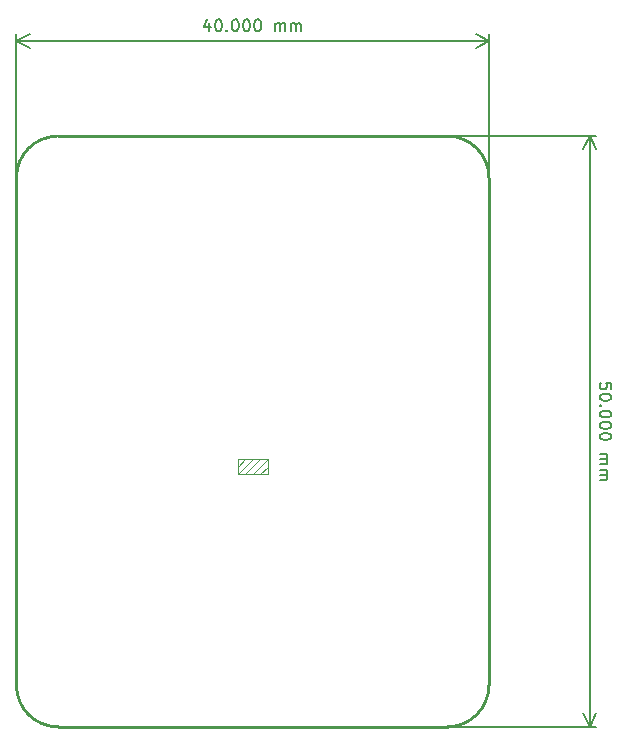
<source format=gbr>
G04 #@! TF.GenerationSoftware,KiCad,Pcbnew,(5.1.8)-1*
G04 #@! TF.CreationDate,2021-05-24T17:48:50-05:00*
G04 #@! TF.ProjectId,PIC16_Ring_of_Fire_Game,50494331-365f-4526-996e-675f6f665f46,1A*
G04 #@! TF.SameCoordinates,Original*
G04 #@! TF.FileFunction,OtherDrawing,Comment*
%FSLAX46Y46*%
G04 Gerber Fmt 4.6, Leading zero omitted, Abs format (unit mm)*
G04 Created by KiCad (PCBNEW (5.1.8)-1) date 2021-05-24 17:48:50*
%MOMM*%
%LPD*%
G01*
G04 APERTURE LIST*
%ADD10C,0.150000*%
G04 #@! TA.AperFunction,Profile*
%ADD11C,0.254000*%
G04 #@! TD*
%ADD12C,0.100000*%
G04 APERTURE END LIST*
D10*
X96333333Y-65440114D02*
X96333333Y-66106780D01*
X96095238Y-65059161D02*
X95857142Y-65773447D01*
X96476190Y-65773447D01*
X97047619Y-65106780D02*
X97142857Y-65106780D01*
X97238095Y-65154400D01*
X97285714Y-65202019D01*
X97333333Y-65297257D01*
X97380952Y-65487733D01*
X97380952Y-65725828D01*
X97333333Y-65916304D01*
X97285714Y-66011542D01*
X97238095Y-66059161D01*
X97142857Y-66106780D01*
X97047619Y-66106780D01*
X96952380Y-66059161D01*
X96904761Y-66011542D01*
X96857142Y-65916304D01*
X96809523Y-65725828D01*
X96809523Y-65487733D01*
X96857142Y-65297257D01*
X96904761Y-65202019D01*
X96952380Y-65154400D01*
X97047619Y-65106780D01*
X97809523Y-66011542D02*
X97857142Y-66059161D01*
X97809523Y-66106780D01*
X97761904Y-66059161D01*
X97809523Y-66011542D01*
X97809523Y-66106780D01*
X98476190Y-65106780D02*
X98571428Y-65106780D01*
X98666666Y-65154400D01*
X98714285Y-65202019D01*
X98761904Y-65297257D01*
X98809523Y-65487733D01*
X98809523Y-65725828D01*
X98761904Y-65916304D01*
X98714285Y-66011542D01*
X98666666Y-66059161D01*
X98571428Y-66106780D01*
X98476190Y-66106780D01*
X98380952Y-66059161D01*
X98333333Y-66011542D01*
X98285714Y-65916304D01*
X98238095Y-65725828D01*
X98238095Y-65487733D01*
X98285714Y-65297257D01*
X98333333Y-65202019D01*
X98380952Y-65154400D01*
X98476190Y-65106780D01*
X99428571Y-65106780D02*
X99523809Y-65106780D01*
X99619047Y-65154400D01*
X99666666Y-65202019D01*
X99714285Y-65297257D01*
X99761904Y-65487733D01*
X99761904Y-65725828D01*
X99714285Y-65916304D01*
X99666666Y-66011542D01*
X99619047Y-66059161D01*
X99523809Y-66106780D01*
X99428571Y-66106780D01*
X99333333Y-66059161D01*
X99285714Y-66011542D01*
X99238095Y-65916304D01*
X99190476Y-65725828D01*
X99190476Y-65487733D01*
X99238095Y-65297257D01*
X99285714Y-65202019D01*
X99333333Y-65154400D01*
X99428571Y-65106780D01*
X100380952Y-65106780D02*
X100476190Y-65106780D01*
X100571428Y-65154400D01*
X100619047Y-65202019D01*
X100666666Y-65297257D01*
X100714285Y-65487733D01*
X100714285Y-65725828D01*
X100666666Y-65916304D01*
X100619047Y-66011542D01*
X100571428Y-66059161D01*
X100476190Y-66106780D01*
X100380952Y-66106780D01*
X100285714Y-66059161D01*
X100238095Y-66011542D01*
X100190476Y-65916304D01*
X100142857Y-65725828D01*
X100142857Y-65487733D01*
X100190476Y-65297257D01*
X100238095Y-65202019D01*
X100285714Y-65154400D01*
X100380952Y-65106780D01*
X101904761Y-66106780D02*
X101904761Y-65440114D01*
X101904761Y-65535352D02*
X101952380Y-65487733D01*
X102047619Y-65440114D01*
X102190476Y-65440114D01*
X102285714Y-65487733D01*
X102333333Y-65582971D01*
X102333333Y-66106780D01*
X102333333Y-65582971D02*
X102380952Y-65487733D01*
X102476190Y-65440114D01*
X102619047Y-65440114D01*
X102714285Y-65487733D01*
X102761904Y-65582971D01*
X102761904Y-66106780D01*
X103238095Y-66106780D02*
X103238095Y-65440114D01*
X103238095Y-65535352D02*
X103285714Y-65487733D01*
X103380952Y-65440114D01*
X103523809Y-65440114D01*
X103619047Y-65487733D01*
X103666666Y-65582971D01*
X103666666Y-66106780D01*
X103666666Y-65582971D02*
X103714285Y-65487733D01*
X103809523Y-65440114D01*
X103952380Y-65440114D01*
X104047619Y-65487733D01*
X104095238Y-65582971D01*
X104095238Y-66106780D01*
X80000000Y-66954400D02*
X120000000Y-66954400D01*
X80000000Y-78500000D02*
X80000000Y-66367979D01*
X120000000Y-78500000D02*
X120000000Y-66367979D01*
X120000000Y-66954400D02*
X118873496Y-67540821D01*
X120000000Y-66954400D02*
X118873496Y-66367979D01*
X80000000Y-66954400D02*
X81126504Y-67540821D01*
X80000000Y-66954400D02*
X81126504Y-66367979D01*
X130371619Y-96380952D02*
X130371619Y-95904761D01*
X129895428Y-95857142D01*
X129943047Y-95904761D01*
X129990666Y-96000000D01*
X129990666Y-96238095D01*
X129943047Y-96333333D01*
X129895428Y-96380952D01*
X129800190Y-96428571D01*
X129562095Y-96428571D01*
X129466857Y-96380952D01*
X129419238Y-96333333D01*
X129371619Y-96238095D01*
X129371619Y-96000000D01*
X129419238Y-95904761D01*
X129466857Y-95857142D01*
X130371619Y-97047619D02*
X130371619Y-97142857D01*
X130324000Y-97238095D01*
X130276380Y-97285714D01*
X130181142Y-97333333D01*
X129990666Y-97380952D01*
X129752571Y-97380952D01*
X129562095Y-97333333D01*
X129466857Y-97285714D01*
X129419238Y-97238095D01*
X129371619Y-97142857D01*
X129371619Y-97047619D01*
X129419238Y-96952380D01*
X129466857Y-96904761D01*
X129562095Y-96857142D01*
X129752571Y-96809523D01*
X129990666Y-96809523D01*
X130181142Y-96857142D01*
X130276380Y-96904761D01*
X130324000Y-96952380D01*
X130371619Y-97047619D01*
X129466857Y-97809523D02*
X129419238Y-97857142D01*
X129371619Y-97809523D01*
X129419238Y-97761904D01*
X129466857Y-97809523D01*
X129371619Y-97809523D01*
X130371619Y-98476190D02*
X130371619Y-98571428D01*
X130324000Y-98666666D01*
X130276380Y-98714285D01*
X130181142Y-98761904D01*
X129990666Y-98809523D01*
X129752571Y-98809523D01*
X129562095Y-98761904D01*
X129466857Y-98714285D01*
X129419238Y-98666666D01*
X129371619Y-98571428D01*
X129371619Y-98476190D01*
X129419238Y-98380952D01*
X129466857Y-98333333D01*
X129562095Y-98285714D01*
X129752571Y-98238095D01*
X129990666Y-98238095D01*
X130181142Y-98285714D01*
X130276380Y-98333333D01*
X130324000Y-98380952D01*
X130371619Y-98476190D01*
X130371619Y-99428571D02*
X130371619Y-99523809D01*
X130324000Y-99619047D01*
X130276380Y-99666666D01*
X130181142Y-99714285D01*
X129990666Y-99761904D01*
X129752571Y-99761904D01*
X129562095Y-99714285D01*
X129466857Y-99666666D01*
X129419238Y-99619047D01*
X129371619Y-99523809D01*
X129371619Y-99428571D01*
X129419238Y-99333333D01*
X129466857Y-99285714D01*
X129562095Y-99238095D01*
X129752571Y-99190476D01*
X129990666Y-99190476D01*
X130181142Y-99238095D01*
X130276380Y-99285714D01*
X130324000Y-99333333D01*
X130371619Y-99428571D01*
X130371619Y-100380952D02*
X130371619Y-100476190D01*
X130324000Y-100571428D01*
X130276380Y-100619047D01*
X130181142Y-100666666D01*
X129990666Y-100714285D01*
X129752571Y-100714285D01*
X129562095Y-100666666D01*
X129466857Y-100619047D01*
X129419238Y-100571428D01*
X129371619Y-100476190D01*
X129371619Y-100380952D01*
X129419238Y-100285714D01*
X129466857Y-100238095D01*
X129562095Y-100190476D01*
X129752571Y-100142857D01*
X129990666Y-100142857D01*
X130181142Y-100190476D01*
X130276380Y-100238095D01*
X130324000Y-100285714D01*
X130371619Y-100380952D01*
X129371619Y-101904761D02*
X130038285Y-101904761D01*
X129943047Y-101904761D02*
X129990666Y-101952380D01*
X130038285Y-102047619D01*
X130038285Y-102190476D01*
X129990666Y-102285714D01*
X129895428Y-102333333D01*
X129371619Y-102333333D01*
X129895428Y-102333333D02*
X129990666Y-102380952D01*
X130038285Y-102476190D01*
X130038285Y-102619047D01*
X129990666Y-102714285D01*
X129895428Y-102761904D01*
X129371619Y-102761904D01*
X129371619Y-103238095D02*
X130038285Y-103238095D01*
X129943047Y-103238095D02*
X129990666Y-103285714D01*
X130038285Y-103380952D01*
X130038285Y-103523809D01*
X129990666Y-103619047D01*
X129895428Y-103666666D01*
X129371619Y-103666666D01*
X129895428Y-103666666D02*
X129990666Y-103714285D01*
X130038285Y-103809523D01*
X130038285Y-103952380D01*
X129990666Y-104047619D01*
X129895428Y-104095238D01*
X129371619Y-104095238D01*
X128524000Y-75000000D02*
X128524000Y-125000000D01*
X116500000Y-75000000D02*
X129110421Y-75000000D01*
X116500000Y-125000000D02*
X129110421Y-125000000D01*
X128524000Y-125000000D02*
X127937579Y-123873496D01*
X128524000Y-125000000D02*
X129110421Y-123873496D01*
X128524000Y-75000000D02*
X127937579Y-76126504D01*
X128524000Y-75000000D02*
X129110421Y-76126504D01*
D11*
X83500000Y-125000000D02*
X116500000Y-125000000D01*
X120000000Y-121500000D02*
G75*
G02*
X116500000Y-125000000I-3500000J0D01*
G01*
X120000000Y-78500000D02*
X120000000Y-121500000D01*
X116500000Y-75000000D02*
G75*
G02*
X120000000Y-78500000I0J-3500000D01*
G01*
X83500000Y-75000000D02*
X116500000Y-75000000D01*
X80000000Y-78500000D02*
G75*
G02*
X83500000Y-75000000I3500000J0D01*
G01*
X83500000Y-125000000D02*
G75*
G02*
X80000000Y-121500000I0J3500000D01*
G01*
X80000000Y-78500000D02*
X80000000Y-121500000D01*
D12*
X100635000Y-103635000D02*
X101270000Y-103000000D01*
X100000000Y-103635000D02*
X101270000Y-102365000D01*
X99365000Y-103635000D02*
X100635000Y-102365000D01*
X98730000Y-103000000D02*
X99365000Y-102365000D01*
X98730000Y-103635000D02*
X100000000Y-102365000D01*
X98730000Y-102365000D02*
X101270000Y-102365000D01*
X101270000Y-102365000D02*
X101270000Y-103635000D01*
X101270000Y-103635000D02*
X98730000Y-103635000D01*
X98730000Y-103635000D02*
X98730000Y-102365000D01*
M02*

</source>
